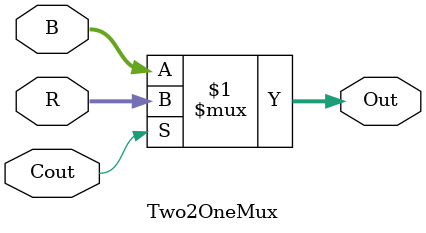
<source format=sv>
module Two2OneMux #(parameter N = 8) (
    input  [N-1:0] R, B,
    input  Cout,
    output [N-1:0] Out
);
    assign Out = Cout ? R : B; // select absolute value
endmodule

</source>
